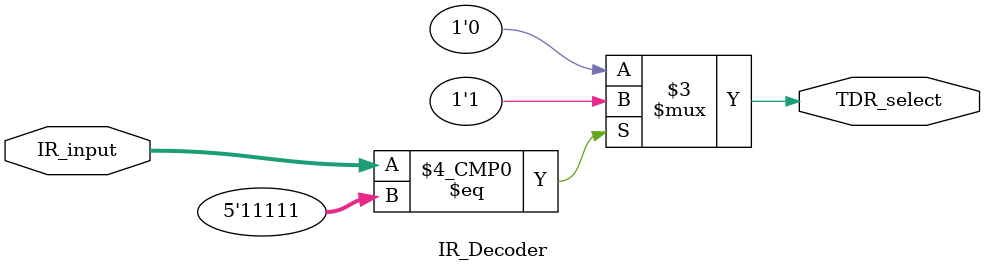
<source format=v>
module IR_Decoder #(parameter IR_Inputs = 5 ) (input [IR_Inputs-1:0] IR_input , output reg TDR_select);
     always @(IR_input)
    begin
        case(IR_input)
          // 5'b00000 : tdr_select =1'b1;  
           5'b11111 : TDR_select =1'b1;  
           default : TDR_select = 'h0;
        endcase
    end
endmodule

</source>
